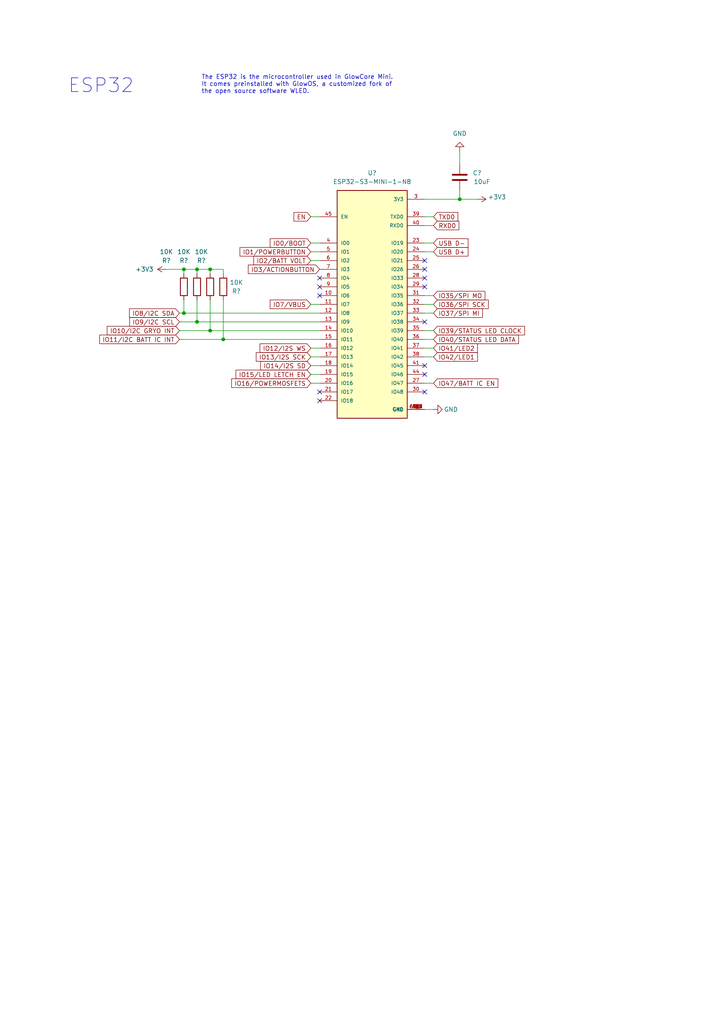
<source format=kicad_sch>
(kicad_sch (version 20230121) (generator eeschema)
  (paper "A4" portrait)
  (lib_symbols
    (symbol "Device:10K 0603" (pin_numbers hide) (pin_names (offset 0))
      (property "Reference" "R" (at 2.032 0 90))
      (property "Value" "10K 0603" (at 0 0 90))
      (symbol "10K 0603_0_1"
        (rectangle (start -1.016 -2.54) (end 1.016 2.54) (stroke (width 0.254)))
      )
      (symbol "10K 0603_1_1"
        (pin passive line (at 0 3.81 270) (length 1.27) (name "~") (number "1"))
        (pin passive line (at 0 -3.81 90) (length 1.27) (name "~") (number "2"))
      )
    )
    (symbol "Device:10uF 0603" (pin_numbers hide) (pin_names (offset 0.254))
      (property "Reference" "C" (at 0.635 2.54 0))
      (property "Value" "10uF 0603" (at 0.635 -2.54 0))
      (symbol "10uF 0603_0_1"
        (polyline (pts (xy -2.032 -0.762) (xy 2.032 -0.762)) (stroke (width 0.508)))
        (polyline (pts (xy -2.032 0.762) (xy 2.032 0.762)) (stroke (width 0.508)))
      )
      (symbol "10uF 0603_1_1"
        (pin passive line (at 0 3.81 270) (length 2.794) (name "~") (number "1"))
        (pin passive line (at 0 -3.81 90) (length 2.794) (name "~") (number "2"))
      )
    )
    (symbol "MyParts:ESP32-S3-MINI-1-N8" (pin_names (offset 1.016))
      (property "Reference" "U" (at -10.16 34.29 0))
      (property "Value" "ESP32-S3-MINI-1-N8" (at -10.16 -35.56 0))
      (symbol "ESP32-S3-MINI-1-N8_0_0"
        (rectangle (start -10.16 -33.02) (end 10.16 33.02) (stroke (width 0.254)) (fill (type background)))
        (pin power_in line (at 15.24 -30.48 180) (length 5.08) (name "GND") (number "1"))
        (pin bidirectional line (at -15.24 2.54 0) (length 5.08) (name "IO6") (number "10"))
        (pin bidirectional line (at -15.24 0 0) (length 5.08) (name "IO7") (number "11"))
        (pin bidirectional line (at -15.24 -2.54 0) (length 5.08) (name "IO8") (number "12"))
        (pin bidirectional line (at -15.24 -5.08 0) (length 5.08) (name "IO9") (number "13"))
        (pin bidirectional line (at -15.24 -7.62 0) (length 5.08) (name "IO10") (number "14"))
        (pin bidirectional line (at -15.24 -10.16 0) (length 5.08) (name "IO11") (number "15"))
        (pin bidirectional line (at -15.24 -12.7 0) (length 5.08) (name "IO12") (number "16"))
        (pin bidirectional line (at -15.24 -15.24 0) (length 5.08) (name "IO13") (number "17"))
        (pin bidirectional line (at -15.24 -17.78 0) (length 5.08) (name "IO14") (number "18"))
        (pin bidirectional line (at -15.24 -20.32 0) (length 5.08) (name "IO15") (number "19"))
        (pin power_in line (at 15.24 -30.48 180) (length 5.08) (name "GND") (number "2"))
        (pin bidirectional line (at -15.24 -22.86 0) (length 5.08) (name "IO16") (number "20"))
        (pin bidirectional line (at -15.24 -25.4 0) (length 5.08) (name "IO17") (number "21"))
        (pin bidirectional line (at -15.24 -27.94 0) (length 5.08) (name "IO18") (number "22"))
        (pin bidirectional line (at 15.24 17.78 180) (length 5.08) (name "IO19") (number "23"))
        (pin bidirectional line (at 15.24 15.24 180) (length 5.08) (name "IO20") (number "24"))
        (pin bidirectional line (at 15.24 12.7 180) (length 5.08) (name "IO21") (number "25"))
        (pin bidirectional line (at 15.24 10.16 180) (length 5.08) (name "IO26") (number "26"))
        (pin bidirectional line (at 15.24 -22.86 180) (length 5.08) (name "IO47") (number "27"))
        (pin bidirectional line (at 15.24 7.62 180) (length 5.08) (name "IO33") (number "28"))
        (pin bidirectional line (at 15.24 5.08 180) (length 5.08) (name "IO34") (number "29"))
        (pin power_in line (at 15.24 30.48 180) (length 5.08) (name "3V3") (number "3"))
        (pin bidirectional line (at 15.24 -25.4 180) (length 5.08) (name "IO48") (number "30"))
        (pin bidirectional line (at 15.24 2.54 180) (length 5.08) (name "IO35") (number "31"))
        (pin bidirectional line (at 15.24 0 180) (length 5.08) (name "IO36") (number "32"))
        (pin bidirectional line (at 15.24 -2.54 180) (length 5.08) (name "IO37") (number "33"))
        (pin bidirectional line (at 15.24 -5.08 180) (length 5.08) (name "IO38") (number "34"))
        (pin bidirectional line (at 15.24 -7.62 180) (length 5.08) (name "IO39") (number "35"))
        (pin bidirectional line (at 15.24 -10.16 180) (length 5.08) (name "IO40") (number "36"))
        (pin bidirectional line (at 15.24 -12.7 180) (length 5.08) (name "IO41") (number "37"))
        (pin bidirectional line (at 15.24 -15.24 180) (length 5.08) (name "IO42") (number "38"))
        (pin bidirectional line (at 15.24 25.4 180) (length 5.08) (name "TXD0") (number "39"))
        (pin bidirectional line (at -15.24 17.78 0) (length 5.08) (name "IO0") (number "4"))
        (pin bidirectional line (at 15.24 22.86 180) (length 5.08) (name "RXD0") (number "40"))
        (pin bidirectional line (at 15.24 -17.78 180) (length 5.08) (name "IO45") (number "41"))
        (pin power_in line (at 15.24 -30.48 180) (length 5.08) (name "GND") (number "42"))
        (pin power_in line (at 15.24 -30.48 180) (length 5.08) (name "GND") (number "43"))
        (pin bidirectional line (at 15.24 -20.32 180) (length 5.08) (name "IO46") (number "44"))
        (pin input line (at -15.24 25.4 0) (length 5.08) (name "EN") (number "45"))
        (pin power_in line (at 15.24 -30.48 180) (length 5.08) (name "GND") (number "46"))
        (pin power_in line (at 15.24 -30.48 180) (length 5.08) (name "GND") (number "47"))
        (pin power_in line (at 15.24 -30.48 180) (length 5.08) (name "GND") (number "48"))
        (pin power_in line (at 15.24 -30.48 180) (length 5.08) (name "GND") (number "49"))
        (pin bidirectional line (at -15.24 15.24 0) (length 5.08) (name "IO1") (number "5"))
        (pin power_in line (at 15.24 -30.48 180) (length 5.08) (name "GND") (number "50"))
        (pin power_in line (at 15.24 -30.48 180) (length 5.08) (name "GND") (number "51"))
        (pin power_in line (at 15.24 -30.48 180) (length 5.08) (name "GND") (number "52"))
        (pin power_in line (at 15.24 -30.48 180) (length 5.08) (name "GND") (number "53"))
        (pin power_in line (at 15.24 -30.48 180) (length 5.08) (name "GND") (number "54"))
        (pin power_in line (at 15.24 -30.48 180) (length 5.08) (name "GND") (number "55"))
        (pin power_in line (at 15.24 -30.48 180) (length 5.08) (name "GND") (number "56"))
        (pin power_in line (at 15.24 -30.48 180) (length 5.08) (name "GND") (number "57"))
        (pin power_in line (at 15.24 -30.48 180) (length 5.08) (name "GND") (number "58"))
        (pin power_in line (at 15.24 -30.48 180) (length 5.08) (name "GND") (number "59"))
        (pin bidirectional line (at -15.24 12.7 0) (length 5.08) (name "IO2") (number "6"))
        (pin power_in line (at 15.24 -30.48 180) (length 5.08) (name "GND") (number "60"))
        (pin power_in line (at 15.24 -30.48 180) (length 5.08) (name "GND") (number "61"))
        (pin power_in line (at 15.24 -30.48 180) (length 5.08) (name "GND") (number "61_1"))
        (pin power_in line (at 15.24 -30.48 180) (length 5.08) (name "GND") (number "61_2"))
        (pin power_in line (at 15.24 -30.48 180) (length 5.08) (name "GND") (number "61_3"))
        (pin power_in line (at 15.24 -30.48 180) (length 5.08) (name "GND") (number "61_4"))
        (pin power_in line (at 15.24 -30.48 180) (length 5.08) (name "GND") (number "61_5"))
        (pin power_in line (at 15.24 -30.48 180) (length 5.08) (name "GND") (number "61_6"))
        (pin power_in line (at 15.24 -30.48 180) (length 5.08) (name "GND") (number "61_7"))
        (pin power_in line (at 15.24 -30.48 180) (length 5.08) (name "GND") (number "61_8"))
        (pin power_in line (at 15.24 -30.48 180) (length 5.08) (name "GND") (number "62"))
        (pin power_in line (at 15.24 -30.48 180) (length 5.08) (name "GND") (number "63"))
        (pin power_in line (at 15.24 -30.48 180) (length 5.08) (name "GND") (number "64"))
        (pin power_in line (at 15.24 -30.48 180) (length 5.08) (name "GND") (number "65"))
        (pin bidirectional line (at -15.24 10.16 0) (length 5.08) (name "IO3") (number "7"))
        (pin bidirectional line (at -15.24 7.62 0) (length 5.08) (name "IO4") (number "8"))
        (pin bidirectional line (at -15.24 5.08 0) (length 5.08) (name "IO5") (number "9"))
      )
    )
    (symbol "power:+3.3V" (power) (pin_names (offset 0))
      (property "Value" "+3.3V" (at 0 3.556 0))
      (symbol "+3.3V_0_1"
        (polyline (pts (xy -0.762 1.27) (xy 0 2.54)))
        (polyline (pts (xy 0 0) (xy 0 2.54)))
        (polyline (pts (xy 0 2.54) (xy 0.762 1.27)))
      )
      (symbol "+3.3V_1_1"
        (pin power_in line (at 0 0 90) (length 0) hide (name "+3V3") (number "1"))
      )
    )
    (symbol "power:GND" (power) (pin_names (offset 0))
      (property "Value" "GND" (at 0 -3.81 0))
      (symbol "GND_0_1"
        (polyline (pts (xy 0 0) (xy 0 -1.27) (xy 1.27 -1.27) (xy 0 -2.54) (xy -1.27 -1.27) (xy 0 -1.27)))
      )
      (symbol "GND_1_1"
        (pin power_in line (at 0 0 270) (length 0) hide (name "GND") (number "1"))
      )
    )
  )
  (junction (at 53.34 90.805))
  (junction (at 60.96 95.885))
  (junction (at 60.96 78.105))
  (junction (at 133.35 57.785))
  (junction (at 57.15 78.105))
  (junction (at 64.77 98.425))
  (junction (at 53.34 78.105))
  (junction (at 57.15 93.345))
  (no_connect (at 92.71 113.665))
  (no_connect (at 123.19 108.585))
  (no_connect (at 123.19 83.185))
  (no_connect (at 92.71 83.185))
  (no_connect (at 123.19 113.665))
  (no_connect (at 123.19 106.045))
  (no_connect (at 123.19 75.565))
  (no_connect (at 123.19 78.105))
  (no_connect (at 92.71 116.205))
  (no_connect (at 123.19 93.345))
  (no_connect (at 123.19 80.645))
  (no_connect (at 92.71 85.725))
  (no_connect (at 92.71 80.645))
  (wire (pts (xy 60.96 95.885) (xy 60.96 86.995)))
  (wire (pts (xy 53.34 78.105) (xy 57.15 78.105)))
  (wire (pts (xy 90.17 108.585) (xy 92.71 108.585)))
  (wire (pts (xy 52.07 93.345) (xy 57.15 93.345)))
  (wire (pts (xy 64.77 86.995) (xy 64.77 98.425)))
  (wire (pts (xy 57.15 79.375) (xy 57.15 78.105)))
  (wire (pts (xy 123.19 70.485) (xy 125.73 70.485)))
  (wire (pts (xy 123.19 90.805) (xy 125.73 90.805)))
  (wire (pts (xy 123.19 73.025) (xy 125.73 73.025)))
  (wire (pts (xy 48.26 78.105) (xy 53.34 78.105)))
  (wire (pts (xy 90.17 111.125) (xy 92.71 111.125)))
  (wire (pts (xy 57.15 78.105) (xy 60.96 78.105)))
  (wire (pts (xy 133.35 55.245) (xy 133.35 57.785)))
  (wire (pts (xy 52.07 95.885) (xy 60.96 95.885)))
  (wire (pts (xy 123.19 103.505) (xy 125.73 103.505)))
  (wire (pts (xy 53.34 86.995) (xy 53.34 90.805)))
  (wire (pts (xy 90.17 103.505) (xy 92.71 103.505)))
  (wire (pts (xy 90.17 88.265) (xy 92.71 88.265)))
  (wire (pts (xy 133.35 43.815) (xy 133.35 47.625)))
  (wire (pts (xy 60.96 79.375) (xy 60.96 78.105)))
  (wire (pts (xy 123.19 57.785) (xy 133.35 57.785)))
  (wire (pts (xy 90.17 70.485) (xy 92.71 70.485)))
  (wire (pts (xy 52.07 90.805) (xy 53.34 90.805)))
  (wire (pts (xy 60.96 95.885) (xy 92.71 95.885)))
  (wire (pts (xy 57.15 93.345) (xy 92.71 93.345)))
  (wire (pts (xy 138.43 57.785) (xy 133.35 57.785)))
  (wire (pts (xy 64.77 79.375) (xy 64.77 78.105)))
  (wire (pts (xy 52.07 98.425) (xy 64.77 98.425)))
  (wire (pts (xy 125.73 65.405) (xy 123.19 65.405)))
  (wire (pts (xy 90.17 62.865) (xy 92.71 62.865)))
  (wire (pts (xy 64.77 98.425) (xy 92.71 98.425)))
  (wire (pts (xy 123.19 88.265) (xy 125.73 88.265)))
  (wire (pts (xy 90.17 100.965) (xy 92.71 100.965)))
  (wire (pts (xy 57.15 93.345) (xy 57.15 86.995)))
  (wire (pts (xy 123.19 111.125) (xy 125.73 111.125)))
  (wire (pts (xy 125.73 62.865) (xy 123.19 62.865)))
  (wire (pts (xy 53.34 90.805) (xy 92.71 90.805)))
  (wire (pts (xy 53.34 79.375) (xy 53.34 78.105)))
  (wire (pts (xy 90.17 75.565) (xy 92.71 75.565)))
  (wire (pts (xy 125.73 118.745) (xy 123.19 118.745)))
  (wire (pts (xy 90.17 106.045) (xy 92.71 106.045)))
  (wire (pts (xy 90.17 73.025) (xy 92.71 73.025)))
  (wire (pts (xy 123.19 85.725) (xy 125.73 85.725)))
  (wire (pts (xy 64.77 78.105) (xy 60.96 78.105)))
  (wire (pts (xy 123.19 98.425) (xy 125.73 98.425)))
  (wire (pts (xy 123.19 100.965) (xy 125.73 100.965)))
  (wire (pts (xy 123.19 95.885) (xy 125.73 95.885)))
  (text "The ESP32 is the microcontroller used in GlowCore Mini. \nIt comes preinstalled with GlowOS, a customized fork of \nthe open source software WLED." (at 58.42 27.305 0) (effects (font (size 1.27 1.27)) (justify left bottom)))
  (text "ESP32" (at 19.685 27.305 0) (effects (font (size 4 4)) (justify left bottom)))
  (global_label "RXD0" (shape input) (at 125.73 65.405 0) (property "Intersheetrefs" "${INTERSHEET_REFS}" (effects hide)))
  (global_label "IO39{slash}STATUS LED CLOCK" (shape input) (at 125.73 95.885 0) (property "Intersheetrefs" "${INTERSHEET_REFS}" (effects hide)))
  (global_label "USB D-" (shape input) (at 125.73 70.485 0) (property "Intersheetrefs" "${INTERSHEET_REFS}" (effects hide)))
  (global_label "IO16{slash}POWERMOSFETS" (shape input) (at 90.17 111.125 180) (property "Intersheetrefs" "${INTERSHEET_REFS}" (effects hide)))
  (global_label "IO3{slash}ACTIONBUTTON" (shape input) (at 92.71 78.105 180) (property "Intersheetrefs" "${INTERSHEET_REFS}" (effects hide)))
  (global_label "IO42{slash}LED1" (shape input) (at 125.73 103.505 0) (property "Intersheetrefs" "${INTERSHEET_REFS}" (effects hide)))
  (global_label "TXD0" (shape input) (at 125.73 62.865 0) (property "Intersheetrefs" "${INTERSHEET_REFS}" (effects hide)))
  (global_label "IO13{slash}I2S SCK" (shape input) (at 90.17 103.505 180) (property "Intersheetrefs" "${INTERSHEET_REFS}" (effects hide)))
  (global_label "IO1{slash}POWERBUTTON" (shape input) (at 90.17 73.025 180) (property "Intersheetrefs" "${INTERSHEET_REFS}" (effects hide)))
  (global_label "IO36{slash}SPI SCK" (shape input) (at 125.73 88.265 0) (property "Intersheetrefs" "${INTERSHEET_REFS}" (effects hide)))
  (global_label "IO11{slash}I2C BATT IC INT" (shape input) (at 52.07 98.425 180) (property "Intersheetrefs" "${INTERSHEET_REFS}" (effects hide)))
  (global_label "IO10{slash}I2C GRYO INT" (shape input) (at 52.07 95.885 180) (property "Intersheetrefs" "${INTERSHEET_REFS}" (effects hide)))
  (global_label "IO7{slash}VBUS" (shape input) (at 90.17 88.265 180) (property "Intersheetrefs" "${INTERSHEET_REFS}" (effects hide)))
  (global_label "EN" (shape input) (at 90.17 62.865 180) (property "Intersheetrefs" "${INTERSHEET_REFS}" (effects hide)))
  (global_label "IO40{slash}STATUS LED DATA" (shape input) (at 125.73 98.425 0) (property "Intersheetrefs" "${INTERSHEET_REFS}" (effects hide)))
  (global_label "IO41{slash}LED2" (shape input) (at 125.73 100.965 0) (property "Intersheetrefs" "${INTERSHEET_REFS}" (effects hide)))
  (global_label "IO15{slash}LED LETCH EN" (shape input) (at 90.17 108.585 180) (property "Intersheetrefs" "${INTERSHEET_REFS}" (effects hide)))
  (global_label "IO2{slash}BATT VOLT" (shape input) (at 90.17 75.565 180) (property "Intersheetrefs" "${INTERSHEET_REFS}" (effects hide)))
  (global_label "USB D+" (shape input) (at 125.73 73.025 0) (property "Intersheetrefs" "${INTERSHEET_REFS}" (effects hide)))
  (global_label "IO14{slash}I2S SD" (shape input) (at 90.17 106.045 180) (property "Intersheetrefs" "${INTERSHEET_REFS}" (effects hide)))
  (global_label "IO9{slash}I2C SCL" (shape input) (at 52.07 93.345 180) (property "Intersheetrefs" "${INTERSHEET_REFS}" (effects hide)))
  (global_label "IO37{slash}SPI MI" (shape input) (at 125.73 90.805 0) (property "Intersheetrefs" "${INTERSHEET_REFS}" (effects hide)))
  (global_label "IO0{slash}BOOT" (shape input) (at 90.17 70.485 180) (property "Intersheetrefs" "${INTERSHEET_REFS}" (effects hide)))
  (global_label "IO12{slash}I2S WS" (shape input) (at 90.17 100.965 180) (property "Intersheetrefs" "${INTERSHEET_REFS}" (effects hide)))
  (global_label "IO47{slash}BATT IC EN" (shape input) (at 125.73 111.125 0) (property "Intersheetrefs" "${INTERSHEET_REFS}" (effects hide)))
  (global_label "IO35{slash}SPI MO" (shape input) (at 125.73 85.725 0) (property "Intersheetrefs" "${INTERSHEET_REFS}" (effects hide)))
  (global_label "IO8{slash}I2C SDA" (shape input) (at 52.07 90.805 180) (property "Intersheetrefs" "${INTERSHEET_REFS}" (effects hide)))
  (symbol (lib_id "power:GND") (at 125.73 118.745 90) (unit 1)
    (property "Reference" "#PWR?" (effects hide))
    (property "Value" "GND" (at 130.81 118.745 90))
    (instances (project "GlowCoreMini PCB" (path "" (reference "#PWR?") (unit 1)) (path "" (reference "#PWR0130") (unit 1))))
  )
  (symbol (lib_id "Device:10K 0603") (at 57.15 83.185 0) (unit 1)
    (property "Reference" "R?" (at 53.34 75.565 0))
    (property "Value" "10K" (at 53.34 73.025 0))
    (property "Footprint" "Resistor_SMD:R_0402_1005Metric" (effects hide))
    (property "Datasheet" "https://datasheet.lcsc.com/lcsc/1811101934_YAGEO-RC0603FR-0710KL_C98220.pdf" (effects hide))
    (property "LCSC #" "C25744" (effects hide))
    (instances (project "GlowCoreMini PCB" (path "" (reference "R?") (unit 1)) (path "" (reference "R7") (unit 1))))
  )
  (symbol (lib_id "power:GND") (at 133.35 43.815 180) (unit 1)
    (property "Reference" "#PWR?" (effects hide))
    (property "Value" "GND" (at 133.35 38.735 0))
    (instances (project "GlowCoreMini PCB" (path "" (reference "#PWR?") (unit 1)) (path "" (reference "#PWR0131") (unit 1))))
  )
  (symbol (lib_id "Device:10K 0603") (at 64.77 83.185 0) (unit 1)
    (property "Reference" "R?" (at 68.58 84.455 0))
    (property "Value" "10K" (at 68.58 81.915 0))
    (property "Footprint" "Resistor_SMD:R_0402_1005Metric" (effects hide))
    (property "Datasheet" "https://datasheet.lcsc.com/lcsc/1811101934_YAGEO-RC0603FR-0710KL_C98220.pdf" (effects hide))
    (property "LCSC #" "C25744" (effects hide))
    (instances (project "GlowCoreMini PCB" (path "" (reference "R?") (unit 1)) (path "" (reference "R20") (unit 1))))
  )
  (symbol (lib_id "MyParts:ESP32-S3-MINI-1-N8") (at 107.95 88.265 0) (unit 1)
    (property "Reference" "U?" (at 107.95 50.165 0))
    (property "Value" "ESP32-S3-MINI-1-N8" (at 107.95 52.705 0))
    (property "Footprint" "footprint:ESP32-S3-MINI-1-N8" (effects hide))
    (property "LCSC#" "C2913206" (effects hide))
    (instances (project "GlowCoreMini PCB" (path "" (reference "U?") (unit 1)) (path "" (reference "U2") (unit 1))))
  )
  (symbol (lib_id "Device:10uF 0603") (at 133.35 51.435 0) (unit 1)
    (property "Reference" "C?" (at 139.7 50.165 0) (effects (justify right)))
    (property "Value" "10uF" (at 142.24 52.705 0) (effects (justify right)))
    (property "Footprint" "Capacitor_SMD:C_0603_1608Metric" (effects hide))
    (property "Datasheet" "https://datasheet.lcsc.com/lcsc/2010151208_SANYEAR-C0603X5R106K250NT_C729457.pdf" (effects hide))
    (property "Description" "25V 10uF ±10% 0603 Multilayer Ceramic Capacitors MLCC - SMD/SMT ROHS" (effects hide))
    (property "100+" "€0.0537" (effects hide))
    (property "LCSC #" "C96446" (effects hide))
    (instances (project "GlowCoreMini PCB" (path "" (reference "C?") (unit 1)) (path "" (reference "C3") (unit 1))))
  )
  (symbol (lib_id "Device:10K 0603") (at 60.96 83.185 0) (unit 1)
    (property "Reference" "R?" (at 58.42 75.565 0))
    (property "Value" "10K" (at 58.42 73.025 0))
    (property "Footprint" "Resistor_SMD:R_0402_1005Metric" (effects hide))
    (property "Datasheet" "https://datasheet.lcsc.com/lcsc/1811101934_YAGEO-RC0603FR-0710KL_C98220.pdf" (effects hide))
    (property "LCSC #" "C25744" (effects hide))
    (instances (project "GlowCoreMini PCB" (path "" (reference "R?") (unit 1)) (path "" (reference "R8") (unit 1))))
  )
  (symbol (lib_id "power:+3.3V") (at 138.43 57.785 270) (unit 1)
    (property "Reference" "#PWR?" (effects hide))
    (property "Value" "+3.3V" (at 144.145 57.15 90))
    (instances (project "GlowCoreMini PCB" (path "" (reference "#PWR?") (unit 1)) (path "" (reference "#PWR0129") (unit 1))))
  )
  (symbol (lib_id "Device:10K 0603") (at 53.34 83.185 0) (unit 1)
    (property "Reference" "R?" (at 48.26 75.565 0))
    (property "Value" "10K" (at 48.26 73.025 0))
    (property "Footprint" "Resistor_SMD:R_0402_1005Metric" (effects hide))
    (property "Datasheet" "https://datasheet.lcsc.com/lcsc/1811101934_YAGEO-RC0603FR-0710KL_C98220.pdf" (effects hide))
    (property "LCSC #" "C25744" (effects hide))
    (instances (project "GlowCoreMini PCB" (path "" (reference "R?") (unit 1)) (path "" (reference "R2") (unit 1))))
  )
  (symbol (lib_id "power:+3.3V") (at 48.26 78.105 90) (unit 1)
    (property "Reference" "#PWR?" (effects hide))
    (property "Value" "+3.3V" (at 41.91 78.105 90))
    (instances (project "GlowCoreMini PCB" (path "" (reference "#PWR?") (unit 1)) (path "" (reference "#PWR0142") (unit 1))))
  )
)
</source>
